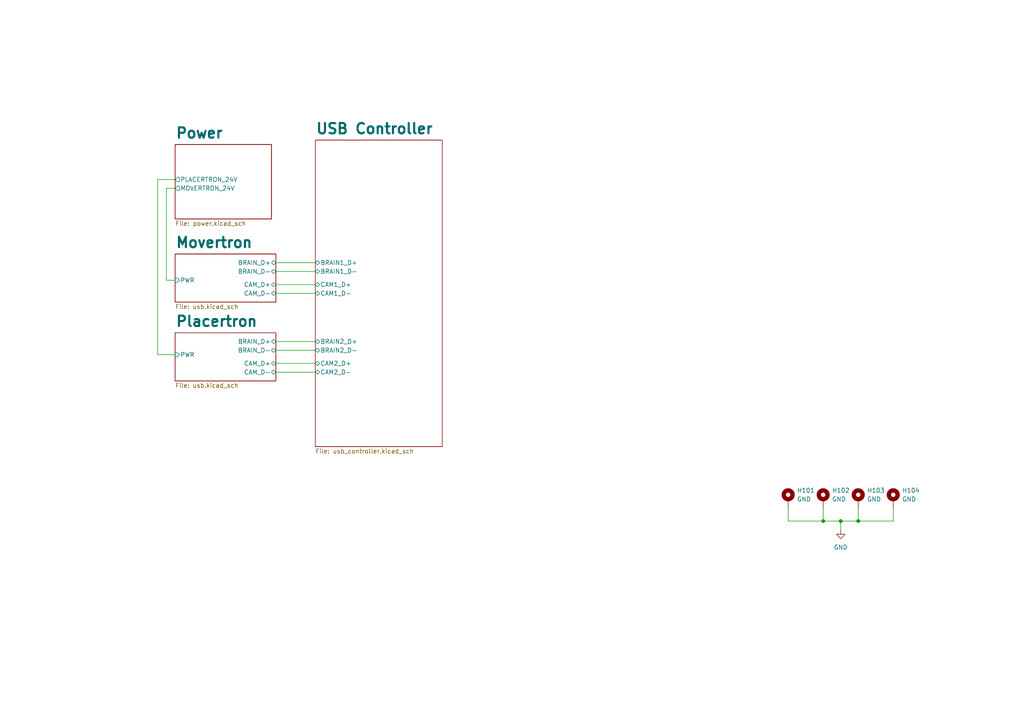
<source format=kicad_sch>
(kicad_sch (version 20230121) (generator eeschema)
  (paper "A4")
  (lib_symbols
    (symbol "Mechanical:MountingHole_Pad" (pin_numbers hide) (pin_names (offset 1.016) hide)
      (property "Reference" "H" (at 0 6.35 0))
      (property "Value" "MountingHole_Pad" (at 0 4.445 0))
      (symbol "MountingHole_Pad_0_1"
        (circle (center 0 1.27) (radius 1.27) (stroke (width 1.27)))
      )
      (symbol "MountingHole_Pad_1_1"
        (pin input line (at 0 -2.54 90) (length 2.54) (name "1") (number "1"))
      )
    )
    (symbol "power:GND" (power) (pin_names (offset 0))
      (property "Value" "GND" (at 0 -3.81 0))
      (symbol "GND_0_1"
        (polyline (pts (xy 0 0) (xy 0 -1.27) (xy 1.27 -1.27) (xy 0 -2.54) (xy -1.27 -1.27) (xy 0 -1.27)))
      )
      (symbol "GND_1_1"
        (pin power_in line (at 0 0 270) (length 0) hide (name "GND") (number "1"))
      )
    )
  )
  (junction (at 248.92 151.13))
  (junction (at 243.84 151.13))
  (junction (at 238.76 151.13))
  (wire (pts (xy 80.01 105.41) (xy 91.44 105.41)))
  (wire (pts (xy 243.84 151.13) (xy 238.76 151.13)))
  (wire (pts (xy 248.92 151.13) (xy 243.84 151.13)))
  (wire (pts (xy 80.01 85.09) (xy 91.44 85.09)))
  (wire (pts (xy 248.92 147.32) (xy 248.92 151.13)))
  (wire (pts (xy 238.76 151.13) (xy 228.6 151.13)))
  (wire (pts (xy 50.8 52.07) (xy 45.72 52.07)))
  (wire (pts (xy 80.01 82.55) (xy 91.44 82.55)))
  (wire (pts (xy 259.08 147.32) (xy 259.08 151.13)))
  (wire (pts (xy 45.72 102.87) (xy 50.8 102.87)))
  (wire (pts (xy 80.01 78.74) (xy 91.44 78.74)))
  (wire (pts (xy 80.01 107.95) (xy 91.44 107.95)))
  (wire (pts (xy 48.26 81.28) (xy 50.8 81.28)))
  (wire (pts (xy 238.76 147.32) (xy 238.76 151.13)))
  (wire (pts (xy 80.01 101.6) (xy 91.44 101.6)))
  (wire (pts (xy 259.08 151.13) (xy 248.92 151.13)))
  (wire (pts (xy 45.72 52.07) (xy 45.72 102.87)))
  (wire (pts (xy 228.6 151.13) (xy 228.6 147.32)))
  (wire (pts (xy 243.84 153.67) (xy 243.84 151.13)))
  (wire (pts (xy 48.26 54.61) (xy 48.26 81.28)))
  (wire (pts (xy 80.01 99.06) (xy 91.44 99.06)))
  (wire (pts (xy 80.01 76.2) (xy 91.44 76.2)))
  (wire (pts (xy 50.8 54.61) (xy 48.26 54.61)))
  (symbol (lib_id "Mechanical:MountingHole_Pad") (at 238.76 144.78 0) (unit 1)
    (property "Reference" "H102" (at 241.3 142.24 0) (effects (justify left)))
    (property "Value" "GND" (at 241.3 144.78 0) (effects (justify left)))
    (property "Footprint" "MountingHole:MountingHole_3mm_Pad" (effects hide))
  )
  (symbol (lib_id "Mechanical:MountingHole_Pad") (at 248.92 144.78 0) (unit 1)
    (property "Reference" "H103" (at 251.46 142.24 0) (effects (justify left)))
    (property "Value" "GND" (at 251.46 144.78 0) (effects (justify left)))
    (property "Footprint" "MountingHole:MountingHole_3mm_Pad" (effects hide))
  )
  (symbol (lib_id "Mechanical:MountingHole_Pad") (at 228.6 144.78 0) (unit 1)
    (property "Reference" "H101" (at 231.14 142.24 0) (effects (justify left)))
    (property "Value" "GND" (at 231.14 144.78 0) (effects (justify left)))
    (property "Footprint" "MountingHole:MountingHole_3mm_Pad" (effects hide))
  )
  (symbol (lib_id "power:GND") (at 243.84 153.67 0) (unit 1)
    (property "Reference" "#PWR0101" (effects hide))
    (property "Value" "GND" (at 243.84 158.75 0))
  )
  (symbol (lib_id "Mechanical:MountingHole_Pad") (at 259.08 144.78 0) (unit 1)
    (property "Reference" "H104" (at 261.62 142.24 0) (effects (justify left)))
    (property "Value" "GND" (at 261.62 144.78 0) (effects (justify left)))
    (property "Footprint" "MountingHole:MountingHole_3mm_Pad" (effects hide))
  )
  (sheet (at 50.8 41.91) (size 27.94 21.59) (stroke (width 0.1524))
    (property "Sheetname" "Power" (at 50.8 40.3334 0) (effects (font (size 3 3) bold) (justify left bottom)))
    (property "Sheetfile" "power.kicad_sch" (at 50.8 64.0846 0) (effects (justify left top)))
    (pin "PLACERTRON_24V" output (at 50.8 52.07 180))
    (pin "MOVERTRON_24V" output (at 50.8 54.61 180))
  )
  (sheet (at 50.8 73.66) (size 29.21 13.97) (stroke (width 0.1524))
    (property "Sheetname" "Movertron" (at 50.8 72.0834 0) (effects (font (size 3 3) bold) (justify left bottom)))
    (property "Sheetfile" "usb.kicad_sch" (at 50.8 88.2146 0) (effects (justify left top)))
    (pin "BRAIN_D-" bidirectional (at 80.01 78.74 0))
    (pin "BRAIN_D+" bidirectional (at 80.01 76.2 0))
    (pin "CAM_D-" bidirectional (at 80.01 85.09 0))
    (pin "CAM_D+" bidirectional (at 80.01 82.55 0))
    (pin "PWR" input (at 50.8 81.28 180))
  )
  (sheet (at 50.8 96.52) (size 29.21 13.97) (stroke (width 0.1524))
    (property "Sheetname" "Placertron" (at 50.8 94.9434 0) (effects (font (size 3 3) bold) (justify left bottom)))
    (property "Sheetfile" "usb.kicad_sch" (at 50.8 111.0746 0) (effects (justify left top)))
    (pin "BRAIN_D-" bidirectional (at 80.01 101.6 0))
    (pin "BRAIN_D+" bidirectional (at 80.01 99.06 0))
    (pin "CAM_D-" bidirectional (at 80.01 107.95 0))
    (pin "CAM_D+" bidirectional (at 80.01 105.41 0))
    (pin "PWR" input (at 50.8 102.87 180))
  )
  (sheet (at 91.44 40.64) (size 36.83 88.9) (stroke (width 0.1524))
    (property "Sheetname" "USB Controller" (at 91.44 39.0634 0) (effects (font (size 3 3) bold) (justify left bottom)))
    (property "Sheetfile" "usb_controller.kicad_sch" (at 91.44 130.1246 0) (effects (justify left top)))
    (pin "CAM1_D-" bidirectional (at 91.44 85.09 180))
    (pin "CAM1_D+" bidirectional (at 91.44 82.55 180))
    (pin "BRAIN2_D+" bidirectional (at 91.44 99.06 180))
    (pin "BRAIN2_D-" bidirectional (at 91.44 101.6 180))
    (pin "BRAIN1_D-" bidirectional (at 91.44 78.74 180))
    (pin "BRAIN1_D+" bidirectional (at 91.44 76.2 180))
    (pin "CAM2_D-" bidirectional (at 91.44 107.95 180))
    (pin "CAM2_D+" bidirectional (at 91.44 105.41 180))
  )
)
</source>
